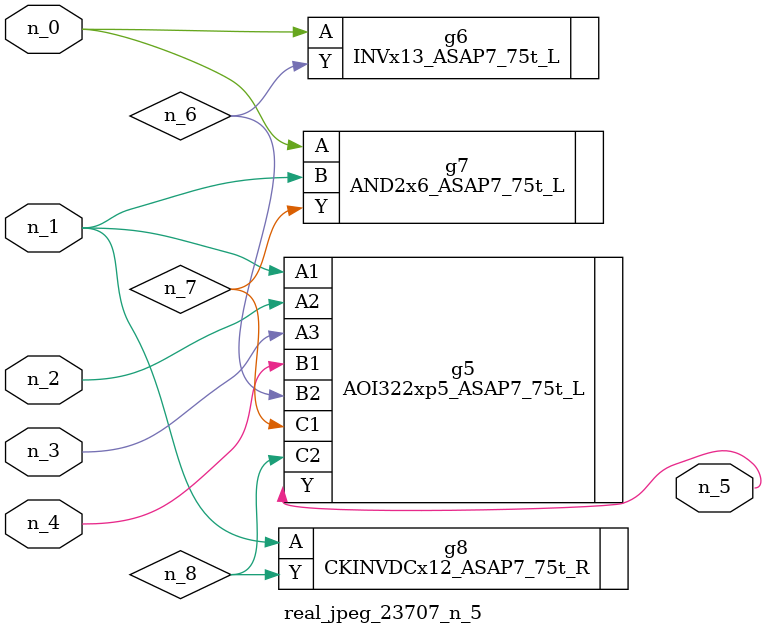
<source format=v>
module real_jpeg_23707_n_5 (n_4, n_0, n_1, n_2, n_3, n_5);

input n_4;
input n_0;
input n_1;
input n_2;
input n_3;

output n_5;

wire n_8;
wire n_6;
wire n_7;

INVx13_ASAP7_75t_L g6 ( 
.A(n_0),
.Y(n_6)
);

AND2x6_ASAP7_75t_L g7 ( 
.A(n_0),
.B(n_1),
.Y(n_7)
);

AOI322xp5_ASAP7_75t_L g5 ( 
.A1(n_1),
.A2(n_2),
.A3(n_3),
.B1(n_4),
.B2(n_6),
.C1(n_7),
.C2(n_8),
.Y(n_5)
);

CKINVDCx12_ASAP7_75t_R g8 ( 
.A(n_1),
.Y(n_8)
);


endmodule
</source>
